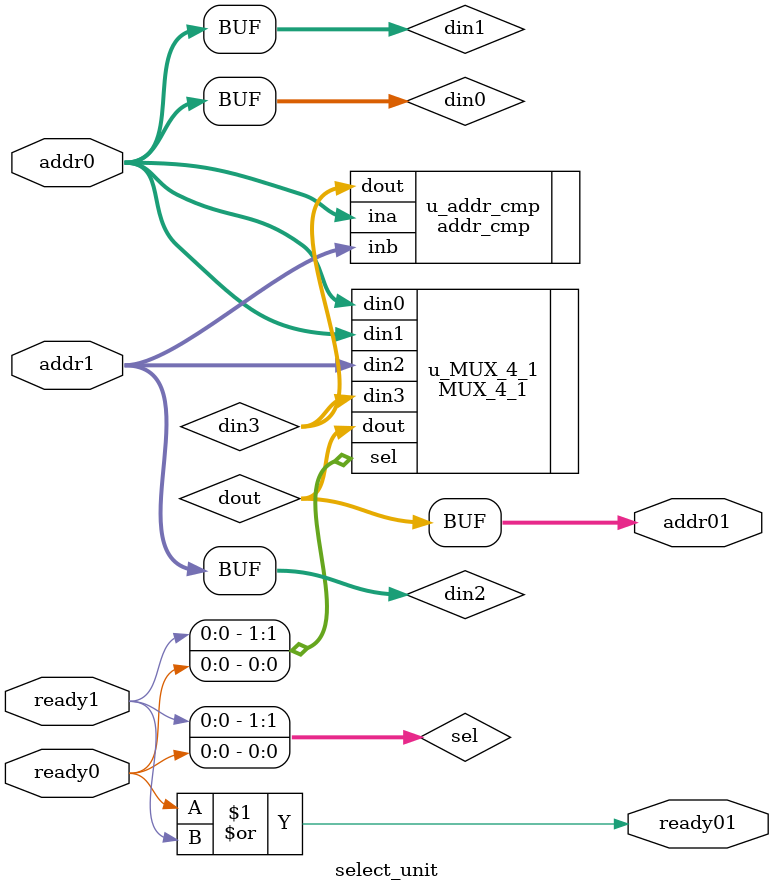
<source format=v>
module select_unit(
    input wire ready0, ready1,
    input wire [4:0] addr0, addr1,
    output wire ready01,
    output wire [4:0] addr01
);
    wire [1:0] sel;
    wire [4:0] din0, din1, din2, din3;
    wire [4:0] dout;
    MUX_4_1 u_MUX_4_1(
    	.sel  (sel  ),
        .din0 (din0 ),
        .din1 (din1 ),
        .din2 (din2 ),
        .din3 (din3 ),
        .dout (dout )
    );

    assign sel = {ready1, ready0};
    assign din0 = addr0;
    assign din1 = addr0;
    assign din2 = addr1;
    
    addr_cmp u_addr_cmp(
    	.ina  (addr0  ),
        .inb  (addr1  ),
        .dout (din3   )
    );
    
    assign ready01 = ready0 | ready1;
    assign addr01 = dout;   
    
endmodule
</source>
